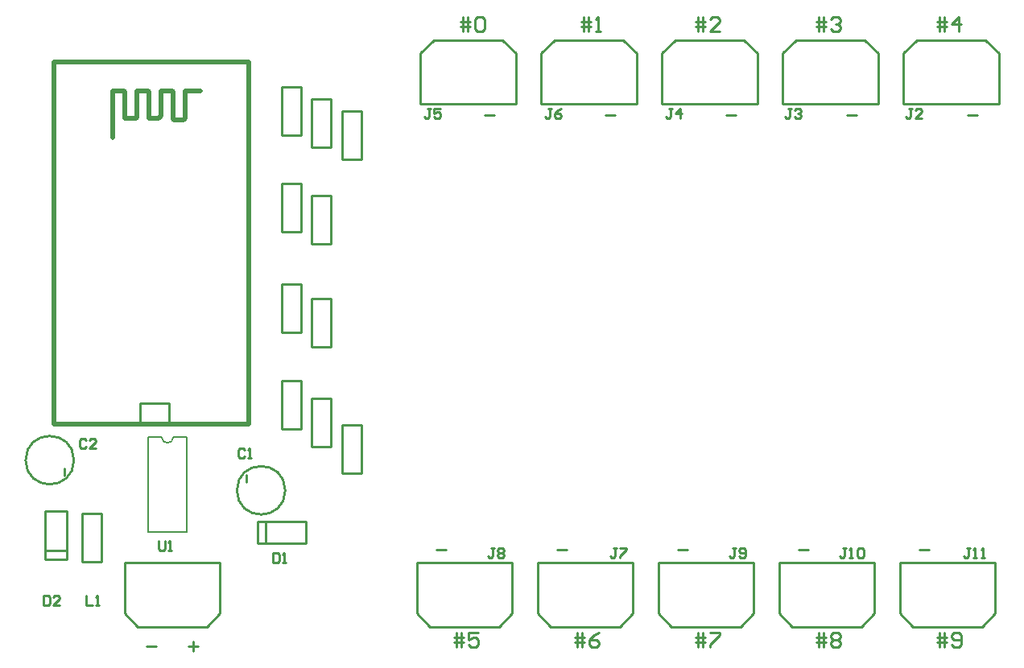
<source format=gto>
G04 Layer_Color=65535*
%FSAX24Y24*%
%MOIN*%
G70*
G01*
G75*
%ADD11C,0.0200*%
%ADD19C,0.0100*%
%ADD20C,0.0079*%
D11*
X022250Y031500D02*
X022250Y046500D01*
X014165Y031500D02*
X022250Y031500D01*
X014165Y046500D02*
X022250Y046500D01*
X014165Y031500D02*
X014165Y046500D01*
X016600Y043350D02*
X016600Y045300D01*
X017050Y045300D01*
X017100Y045250D01*
X017100Y044150D02*
X017100Y045250D01*
X017100Y044150D02*
X017550Y044150D01*
X017600Y044200D01*
X017600Y045300D01*
X018050Y045300D01*
X018100Y045250D01*
X018100Y044150D02*
X018100Y045250D01*
X018100Y044150D02*
X018500Y044150D01*
X018600Y044250D01*
X018600Y045300D01*
X019050Y045300D01*
X019100Y045250D01*
X019100Y044150D02*
X019100Y045250D01*
X019100Y044150D02*
X019150Y044100D01*
X019550Y044100D01*
X019600Y044150D01*
X019600Y045300D01*
X020250Y045300D01*
D19*
X015000Y030000D02*
G03*
X015000Y030000I-001000J000000D01*
G01*
X023750Y028750D02*
G03*
X023750Y028750I-001000J000000D01*
G01*
X014600Y029350D02*
X014600Y029650D01*
X022150Y029100D02*
X022150Y029400D01*
X052600Y023100D02*
X053150Y023650D01*
X053150Y025750D01*
X049200Y025750D02*
X053150Y025750D01*
X049200Y023650D02*
X049200Y025750D01*
X049750Y023100D02*
X052600Y023100D01*
X049200Y023650D02*
X049750Y023100D01*
X020500Y023100D02*
X021050Y023650D01*
X021050Y025750D01*
X017100Y025750D02*
X021050Y025750D01*
X017100Y023650D02*
X017100Y025750D01*
X017650Y023100D02*
X020500Y023100D01*
X017100Y023650D02*
X017650Y023100D01*
X052750Y047400D02*
X053300Y046850D01*
X053300Y044750D02*
X053300Y046850D01*
X049900Y047400D02*
X052750Y047400D01*
X049350Y046850D02*
X049900Y047400D01*
X049350Y044750D02*
X053300Y044750D01*
X049350Y044750D02*
X049350Y046850D01*
X026100Y029450D02*
X026100Y031450D01*
X026100Y029450D02*
X026500Y029450D01*
X026900Y029450D01*
X026900Y031450D01*
X026100Y031450D02*
X026900Y031450D01*
X024850Y030550D02*
X024850Y032550D01*
X024850Y030550D02*
X025250Y030550D01*
X025650Y030550D01*
X025650Y032550D01*
X024850Y032550D02*
X025650Y032550D01*
X024400Y035300D02*
X024400Y037300D01*
X024000Y037300D02*
X024400Y037300D01*
X023600Y037300D02*
X024000Y037300D01*
X023600Y035300D02*
X023600Y037300D01*
X023600Y035300D02*
X024400Y035300D01*
X024400Y039450D02*
X024400Y041450D01*
X024000Y041450D02*
X024400Y041450D01*
X023600Y041450D02*
X024000Y041450D01*
X023600Y039450D02*
X023600Y041450D01*
X023600Y039450D02*
X024400Y039450D01*
X025650Y042950D02*
X025650Y044950D01*
X025250Y044950D02*
X025650Y044950D01*
X024850Y044950D02*
X025250Y044950D01*
X024850Y042950D02*
X024850Y044950D01*
X024850Y042950D02*
X025650Y042950D01*
X023600Y031300D02*
X023600Y033300D01*
X023600Y031300D02*
X024000Y031300D01*
X024400Y031300D01*
X024400Y033300D01*
X023600Y033300D02*
X024400Y033300D01*
X025650Y034700D02*
X025650Y036700D01*
X025250Y036700D02*
X025650Y036700D01*
X024850Y036700D02*
X025250Y036700D01*
X024850Y034700D02*
X024850Y036700D01*
X024850Y034700D02*
X025650Y034700D01*
X025650Y038950D02*
X025650Y040950D01*
X025250Y040950D02*
X025650Y040950D01*
X024850Y040950D02*
X025250Y040950D01*
X024850Y038950D02*
X024850Y040950D01*
X024850Y038950D02*
X025650Y038950D01*
X026900Y042450D02*
X026900Y044450D01*
X026500Y044450D02*
X026900Y044450D01*
X026100Y044450D02*
X026500Y044450D01*
X026100Y042450D02*
X026100Y044450D01*
X026100Y042450D02*
X026900Y042450D01*
X024400Y043450D02*
X024400Y045450D01*
X024000Y045450D02*
X024400Y045450D01*
X023600Y045450D02*
X024000Y045450D01*
X023600Y043450D02*
X023600Y045450D01*
X023600Y043450D02*
X024400Y043450D01*
X015350Y025800D02*
X015350Y027800D01*
X015350Y025800D02*
X015750Y025800D01*
X016150Y025800D01*
X016150Y027800D01*
X015350Y027800D02*
X016150Y027800D01*
X029350Y046850D02*
X029900Y047400D01*
X029350Y044750D02*
X029350Y046850D01*
X029350Y044750D02*
X033300Y044750D01*
X029900Y047400D02*
X032750Y047400D01*
X033300Y046850D01*
X033300Y044750D02*
X033300Y046850D01*
X014250Y027900D02*
X014700Y027900D01*
X014700Y025900D02*
X014700Y027900D01*
X013800Y025900D02*
X014700Y025900D01*
X013800Y025900D02*
X013800Y027900D01*
X014250Y027900D01*
X013800Y026250D02*
X014700Y026250D01*
X024600Y026550D02*
X024600Y027000D01*
X022600Y026550D02*
X024600Y026550D01*
X022600Y026550D02*
X022600Y027450D01*
X024600Y027450D01*
X024600Y027000D02*
X024600Y027450D01*
X022950Y026550D02*
X022950Y027450D01*
X017750Y031550D02*
X017750Y032350D01*
X018950Y032350D01*
X018950Y031550D02*
X018950Y032350D01*
X047600Y023100D02*
X048150Y023650D01*
X048150Y025750D01*
X044200Y025750D02*
X048150Y025750D01*
X044750Y023100D02*
X047600Y023100D01*
X044200Y023650D02*
X044750Y023100D01*
X044200Y023650D02*
X044200Y025750D01*
X042600Y023100D02*
X043150Y023650D01*
X043150Y025750D01*
X039200Y025750D02*
X043150Y025750D01*
X039750Y023100D02*
X042600Y023100D01*
X039200Y023650D02*
X039750Y023100D01*
X039200Y023650D02*
X039200Y025750D01*
X032600Y023100D02*
X033150Y023650D01*
X033150Y025750D01*
X029200Y025750D02*
X033150Y025750D01*
X029750Y023100D02*
X032600Y023100D01*
X029200Y023650D02*
X029750Y023100D01*
X029200Y023650D02*
X029200Y025750D01*
X037600Y023100D02*
X038150Y023650D01*
X038150Y025750D01*
X034200Y025750D02*
X038150Y025750D01*
X034750Y023100D02*
X037600Y023100D01*
X034200Y023650D02*
X034750Y023100D01*
X034200Y023650D02*
X034200Y025750D01*
X034350Y046850D02*
X034900Y047400D01*
X034350Y044750D02*
X034350Y046850D01*
X034350Y044750D02*
X038300Y044750D01*
X034900Y047400D02*
X037750Y047400D01*
X038300Y046850D01*
X038300Y044750D02*
X038300Y046850D01*
X039350Y046850D02*
X039900Y047400D01*
X039350Y044750D02*
X039350Y046850D01*
X039350Y044750D02*
X043300Y044750D01*
X039900Y047400D02*
X042750Y047400D01*
X043300Y046850D01*
X043300Y044750D02*
X043300Y046850D01*
X044350Y046850D02*
X044900Y047400D01*
X044350Y044750D02*
X044350Y046850D01*
X044350Y044750D02*
X048300Y044750D01*
X044900Y047400D02*
X047750Y047400D01*
X048300Y046850D01*
X048300Y044750D02*
X048300Y046850D01*
X039767Y044550D02*
X039633Y044550D01*
X039700Y044550D01*
X039700Y044217D01*
X039633Y044150D01*
X039567Y044150D01*
X039500Y044217D01*
X040100Y044150D02*
X040100Y044550D01*
X039900Y044350D01*
X040166Y044350D01*
X015517Y030833D02*
X015450Y030900D01*
X015317Y030900D01*
X015250Y030833D01*
X015250Y030567D01*
X015317Y030500D01*
X015450Y030500D01*
X015517Y030567D01*
X015916Y030500D02*
X015650Y030500D01*
X015916Y030767D01*
X015916Y030833D01*
X015850Y030900D01*
X015717Y030900D01*
X015650Y030833D01*
X052117Y026350D02*
X051983Y026350D01*
X052050Y026350D01*
X052050Y026017D01*
X051983Y025950D01*
X051917Y025950D01*
X051850Y026017D01*
X052250Y025950D02*
X052383Y025950D01*
X052317Y025950D01*
X052317Y026350D01*
X052250Y026283D01*
X052583Y025950D02*
X052716Y025950D01*
X052650Y025950D01*
X052650Y026350D01*
X052583Y026283D01*
X044717Y044550D02*
X044583Y044550D01*
X044650Y044550D01*
X044650Y044217D01*
X044583Y044150D01*
X044517Y044150D01*
X044450Y044217D01*
X044850Y044483D02*
X044917Y044550D01*
X045050Y044550D01*
X045116Y044483D01*
X045116Y044417D01*
X045050Y044350D01*
X044983Y044350D01*
X045050Y044350D01*
X045116Y044283D01*
X045116Y044217D01*
X045050Y044150D01*
X044917Y044150D01*
X044850Y044217D01*
X013750Y024400D02*
X013750Y024000D01*
X013950Y024000D01*
X014017Y024067D01*
X014017Y024333D01*
X013950Y024400D01*
X013750Y024400D01*
X014416Y024000D02*
X014150Y024000D01*
X014416Y024267D01*
X014416Y024333D01*
X014350Y024400D01*
X014217Y024400D01*
X014150Y024333D01*
X018500Y026650D02*
X018500Y026317D01*
X018567Y026250D01*
X018700Y026250D01*
X018767Y026317D01*
X018767Y026650D01*
X018900Y026250D02*
X019033Y026250D01*
X018967Y026250D01*
X018967Y026650D01*
X018900Y026583D01*
X029767Y044553D02*
X029633Y044553D01*
X029700Y044553D01*
X029700Y044220D01*
X029633Y044153D01*
X029567Y044153D01*
X029500Y044220D01*
X030166Y044553D02*
X029900Y044553D01*
X029900Y044353D01*
X030033Y044420D01*
X030100Y044420D01*
X030166Y044353D01*
X030166Y044220D01*
X030100Y044153D01*
X029967Y044153D01*
X029900Y044220D01*
X022067Y030433D02*
X022000Y030500D01*
X021867Y030500D01*
X021800Y030433D01*
X021800Y030167D01*
X021867Y030100D01*
X022000Y030100D01*
X022067Y030167D01*
X022200Y030100D02*
X022333Y030100D01*
X022267Y030100D01*
X022267Y030500D01*
X022200Y030433D01*
X015500Y024400D02*
X015500Y024000D01*
X015767Y024000D01*
X015900Y024000D02*
X016033Y024000D01*
X015967Y024000D01*
X015967Y024400D01*
X015900Y024333D01*
X042417Y026350D02*
X042283Y026350D01*
X042350Y026350D01*
X042350Y026017D01*
X042283Y025950D01*
X042217Y025950D01*
X042150Y026017D01*
X042550Y026017D02*
X042617Y025950D01*
X042750Y025950D01*
X042816Y026017D01*
X042816Y026283D01*
X042750Y026350D01*
X042617Y026350D01*
X042550Y026283D01*
X042550Y026217D01*
X042617Y026150D01*
X042816Y026150D01*
X023250Y026150D02*
X023250Y025750D01*
X023450Y025750D01*
X023517Y025817D01*
X023517Y026083D01*
X023450Y026150D01*
X023250Y026150D01*
X023650Y025750D02*
X023783Y025750D01*
X023717Y025750D01*
X023717Y026150D01*
X023650Y026083D01*
X032417Y026350D02*
X032283Y026350D01*
X032350Y026350D01*
X032350Y026017D01*
X032283Y025950D01*
X032217Y025950D01*
X032150Y026017D01*
X032550Y026283D02*
X032617Y026350D01*
X032750Y026350D01*
X032816Y026283D01*
X032816Y026217D01*
X032750Y026150D01*
X032816Y026083D01*
X032816Y026017D01*
X032750Y025950D01*
X032617Y025950D01*
X032550Y026017D01*
X032550Y026083D01*
X032617Y026150D01*
X032550Y026217D01*
X032550Y026283D01*
X032617Y026150D02*
X032750Y026150D01*
X037467Y026350D02*
X037333Y026350D01*
X037400Y026350D01*
X037400Y026017D01*
X037333Y025950D01*
X037267Y025950D01*
X037200Y026017D01*
X037600Y026350D02*
X037866Y026350D01*
X037866Y026283D01*
X037600Y026017D01*
X037600Y025950D01*
X049717Y044550D02*
X049583Y044550D01*
X049650Y044550D01*
X049650Y044217D01*
X049583Y044150D01*
X049517Y044150D01*
X049450Y044217D01*
X050116Y044150D02*
X049850Y044150D01*
X050116Y044417D01*
X050116Y044483D01*
X050050Y044550D01*
X049917Y044550D01*
X049850Y044483D01*
X046967Y026350D02*
X046833Y026350D01*
X046900Y026350D01*
X046900Y026017D01*
X046833Y025950D01*
X046767Y025950D01*
X046700Y026017D01*
X047100Y025950D02*
X047233Y025950D01*
X047167Y025950D01*
X047167Y026350D01*
X047100Y026283D01*
X047433Y026283D02*
X047500Y026350D01*
X047633Y026350D01*
X047700Y026283D01*
X047700Y026017D01*
X047633Y025950D01*
X047500Y025950D01*
X047433Y026017D01*
X047433Y026283D01*
X034767Y044550D02*
X034633Y044550D01*
X034700Y044550D01*
X034700Y044217D01*
X034633Y044150D01*
X034567Y044150D01*
X034500Y044217D01*
X035166Y044550D02*
X035033Y044483D01*
X034900Y044350D01*
X034900Y044217D01*
X034967Y044150D01*
X035100Y044150D01*
X035166Y044217D01*
X035166Y044283D01*
X035100Y044350D01*
X034900Y044350D01*
X019750Y022300D02*
X020150Y022300D01*
X019950Y022500D02*
X019950Y022100D01*
X032000Y044300D02*
X032400Y044300D01*
X037000Y044300D02*
X037400Y044300D01*
X042000Y044300D02*
X042400Y044300D01*
X047000Y044300D02*
X047400Y044300D01*
X050000Y026300D02*
X050400Y026300D01*
X045000Y026300D02*
X045400Y026300D01*
X040000Y026300D02*
X040400Y026300D01*
X035000Y026300D02*
X035400Y026300D01*
X030000Y026300D02*
X030400Y026300D01*
X052000Y044300D02*
X052400Y044300D01*
X050850Y047750D02*
X050850Y048350D01*
X051050Y048350D02*
X051050Y047750D01*
X050750Y048150D02*
X051050Y048150D01*
X051150Y048150D01*
X050750Y047950D02*
X051150Y047950D01*
X051650Y047750D02*
X051650Y048350D01*
X051350Y048050D01*
X051750Y048050D01*
X045850Y047750D02*
X045850Y048350D01*
X046050Y048350D02*
X046050Y047750D01*
X045750Y048150D02*
X046050Y048150D01*
X046150Y048150D01*
X045750Y047950D02*
X046150Y047950D01*
X046350Y048250D02*
X046450Y048350D01*
X046650Y048350D01*
X046750Y048250D01*
X046750Y048150D01*
X046650Y048050D01*
X046550Y048050D01*
X046650Y048050D01*
X046750Y047950D01*
X046750Y047850D01*
X046650Y047750D01*
X046450Y047750D01*
X046350Y047850D01*
X040850Y047750D02*
X040850Y048350D01*
X041050Y048350D02*
X041050Y047750D01*
X040750Y048150D02*
X041050Y048150D01*
X041150Y048150D01*
X040750Y047950D02*
X041150Y047950D01*
X041750Y047750D02*
X041350Y047750D01*
X041750Y048150D01*
X041750Y048250D01*
X041650Y048350D01*
X041450Y048350D01*
X041350Y048250D01*
X036100Y047750D02*
X036100Y048350D01*
X036300Y048350D02*
X036300Y047750D01*
X036000Y048150D02*
X036300Y048150D01*
X036400Y048150D01*
X036000Y047950D02*
X036400Y047950D01*
X036600Y047750D02*
X036800Y047750D01*
X036700Y047750D01*
X036700Y048350D01*
X036600Y048250D01*
X031100Y047750D02*
X031100Y048350D01*
X031300Y048350D02*
X031300Y047750D01*
X031000Y048150D02*
X031300Y048150D01*
X031400Y048150D01*
X031000Y047950D02*
X031400Y047950D01*
X031600Y048250D02*
X031700Y048350D01*
X031900Y048350D01*
X032000Y048250D01*
X032000Y047850D01*
X031900Y047750D01*
X031700Y047750D01*
X031600Y047850D01*
X031600Y048250D01*
X050850Y022250D02*
X050850Y022850D01*
X051050Y022850D02*
X051050Y022250D01*
X050750Y022650D02*
X051050Y022650D01*
X051150Y022650D01*
X050750Y022450D02*
X051150Y022450D01*
X051350Y022350D02*
X051450Y022250D01*
X051650Y022250D01*
X051750Y022350D01*
X051750Y022750D01*
X051650Y022850D01*
X051450Y022850D01*
X051350Y022750D01*
X051350Y022650D01*
X051450Y022550D01*
X051750Y022550D01*
X045850Y022250D02*
X045850Y022850D01*
X046050Y022850D02*
X046050Y022250D01*
X045750Y022650D02*
X046050Y022650D01*
X046150Y022650D01*
X045750Y022450D02*
X046150Y022450D01*
X046350Y022750D02*
X046450Y022850D01*
X046650Y022850D01*
X046750Y022750D01*
X046750Y022650D01*
X046650Y022550D01*
X046750Y022450D01*
X046750Y022350D01*
X046650Y022250D01*
X046450Y022250D01*
X046350Y022350D01*
X046350Y022450D01*
X046450Y022550D01*
X046350Y022650D01*
X046350Y022750D01*
X046450Y022550D02*
X046650Y022550D01*
X040850Y022250D02*
X040850Y022850D01*
X041050Y022850D02*
X041050Y022250D01*
X040750Y022650D02*
X041050Y022650D01*
X041150Y022650D01*
X040750Y022450D02*
X041150Y022450D01*
X041350Y022850D02*
X041750Y022850D01*
X041750Y022750D01*
X041350Y022350D01*
X041350Y022250D01*
X035850Y022250D02*
X035850Y022850D01*
X036050Y022850D02*
X036050Y022250D01*
X035750Y022650D02*
X036050Y022650D01*
X036150Y022650D01*
X035750Y022450D02*
X036150Y022450D01*
X036750Y022850D02*
X036550Y022750D01*
X036350Y022550D01*
X036350Y022350D01*
X036450Y022250D01*
X036650Y022250D01*
X036750Y022350D01*
X036750Y022450D01*
X036650Y022550D01*
X036350Y022550D01*
X030850Y022250D02*
X030850Y022850D01*
X031050Y022850D02*
X031050Y022250D01*
X030750Y022650D02*
X031050Y022650D01*
X031150Y022650D01*
X030750Y022450D02*
X031150Y022450D01*
X031750Y022850D02*
X031350Y022850D01*
X031350Y022550D01*
X031550Y022650D01*
X031650Y022650D01*
X031750Y022550D01*
X031750Y022350D01*
X031650Y022250D01*
X031450Y022250D01*
X031350Y022350D01*
X018000Y022300D02*
X018400Y022300D01*
D20*
X018628Y030961D02*
G03*
X019120Y030961I000246J000000D01*
G01*
X018069Y027024D02*
X018069Y030961D01*
X018069Y027024D02*
X019679Y027024D01*
X019679Y030961D01*
X019120Y030961D02*
X019679Y030961D01*
X018069Y030961D02*
X018628Y030961D01*
M02*

</source>
